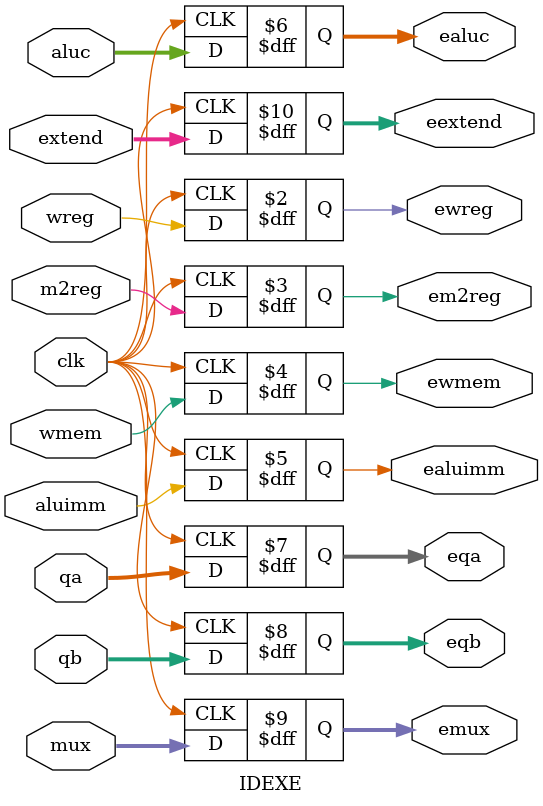
<source format=v>
`timescale 1ns / 1ps

module CPU(clk, PCin, PCout);
    input clk;                  
    input [31:0] PCin;          
    output reg [31:0] PCout;
    initial begin
        PCout = 100;
    end  
    always @(posedge clk)       
    begin
        PCout <= PCin; //register output is assigned its input at clk cycle
    end
endmodule

module PCAdder(PCin, PCout);
    input [31:0] PCin;
    output reg [31:0] PCout;
    always @(PCin)
        begin
            PCout <= PCin + 4;
        end
endmodule

module InstructMem(if_idin,if_idout); //if_idin is 'PC input', if_idout is 'do'
    input [31:0] if_idin;
    output reg [31:0] if_idout;
    initial begin
        if_idout[100] = 32'h8c220000; //lw $v0 00($at)
        if_idout[104] = 32'h8c230004; //lw $v1 04($at)
        if_idout[108] = 32'h8c240008; //lw $a0 08($at)
        if_idout[112] = 32'h8c25000c; //lw $a1 12($at)
        if_idout[116] = 32'h004a3020; //add $a2 $v0 $t2
    end
    always @ (if_idin) begin
        if_idout <= if_idout[if_idin];
    end
    //assign if_idout = instr_mem[if_idin];
endmodule

module IFID(clk, do, op, rd, rs, rt, func, imm);
    input clk;
    input [31:0] do; //output from Instruction memory
    //setup R Type
    output reg [5:0] op, func; //output into Control Unit
    output reg [4:0] rd, rs, rt; // (rd,rt) into mux. (rs,rt) into regfile
    output reg [15:0] imm; //immediate value going into extender
    
    always@(posedge clk) begin
        op <= do[31:26]; // R-Type opcode
        func <= do[5:0]; // R-Type func
        rs <= do[25:21]; // R-Type first source
        rt <= do[20:16]; // R-Type target source
        rd <= do[15:11]; // R-Type destination register
        imm <= do[15:0]; // Address/Immediate Value
    end
endmodule

module ControlUnit(op, func, aluc, wreg, m2reg, wmem, aluimm, regrt);
    input [5:0] op;
    input [5:0] func;
    output reg [3:0] aluc;
    output reg wreg,m2reg,wmem,aluimm,regrt;
    
    initial begin
        wreg <= 0; //RegWrite
        m2reg <= 0; //Memory to Register
        wmem <= 0; //write memory
        aluimm <= 0; //alu source
        regrt <= 0; //reg destination
    end
    
    always@(op,func) begin
        if (op == 0)//if R-Type
        begin
            case(func)
                32: aluc <=2;
                34: aluc <= 6;  //Subtract
                    36: aluc <= 0;  //AND
                    37: aluc <= 1;  //OR
                    39: aluc <= 12; //nor 
                    42: aluc <= 7;  //SLT
                    default aluc <= 15; //should never run
            endcase
            wreg <= 1; //WriteReg
            m2reg <= 0; //MemoryToReg
            wmem <= 0; //Write Memory
            aluimm <= 0; //ALUsrc
            regrt <= 1; //RegDist
        end
    
        if(op == 6'b100011) //Load Word (LW)
        begin
            aluc <= 2;
            wreg <= 1;
            m2reg <= 1;
            wmem <= 0;
            aluimm <= 1;
            regrt <= 0;
        end
        if (op == 6'b101011) //Store Word (SW)
        begin
            aluc <= 2; //add
            wreg <= 0; //WriteReg
            wmem <= 1; //Write Memory
            aluimm <= 1; //ALUsrc
        end
        if (op == 6'b000100) // Branch Equal (BEQ)
        begin
            aluc <= 6; //subtract
            wreg <= 0; //WriteReg
            wmem <= 0; //Write Memory
            aluimm <= 0; //ALUsrc
        end
    end
endmodule

module ControlMux(
    input regrt,
    input [4:0] rd, rt,
    output [4:0] wn
    );
    assign wn = regrt?rt:rd; //Multiplexer operation
endmodule

module RegFile(
    input we,
    input [4:0] rna,
    input [4:0] rnb,
    input [4:0] wn,
    input [4:0] d,
    output reg [31:0] qa,
    output reg [31:0] qb
    );
    //initialize all registers to 0
    reg [31:0] registers [0:127];
    initial begin
        registers[0] = 0;
        registers[1] = 0;
        registers[2] = 0;
        registers[3] = 0;
        registers[4] = 0;
        registers[5] = 0;
        registers[6] = 0;
        registers[7] = 0;
        registers[8] = 0;
        registers[9] = 0;
        registers[10] = 0;
        registers[11] = 0;
        registers[12] = 0;
        registers[13] = 0;
        registers[14] = 0;
        registers[15] = 0;
    end
    always@(rna, rnb) begin
        qa = registers[rna];
        qb = registers[rnb];
    end
endmodule

module SignExtend(//input immediate value, extend to 32 bit value
    input [15:0] imm,
    output reg [31:0] long //extended value
    );
    always@(imm) begin
        if(imm[15] == 1) begin
            long[31:16] = 16'hffff;
            long[15:0] = imm;
        end
        else begin
            long[31:16] = 16'h0000;
            long[15:0] = imm;
        end
    end
endmodule

module IDEXE(
    input clk, wreg, m2reg, wmem, aluimm, //input to IDEXE
    input [3:0] aluc, //output from control unit
    input [31:0] qa, qb, //output from regfile
    input [4:0] mux, //output from mux into IDEXE
    input [31:0] extend, //output from signextender
    
    output reg ewreg, em2reg, ewmem, ealuimm, //outputs from control unit
    output reg [3:0] ealuc, //out from control unit, into ALU
    output reg [31:0] eqa, eqb, //outputs from regfile
    output reg [4:0] emux, //output from multiplexor
    output reg [31:0] eextend //output from sign extender
    );
    always@(posedge clk) begin
        ewreg = wreg;
        em2reg = m2reg;
        ewmem = wmem;
        ealuimm = aluimm;
        emux = mux;
        ealuc = aluc;
        eqa = qa;
        eqb = qb;
        eextend = extend;
    end
endmodule
</source>
